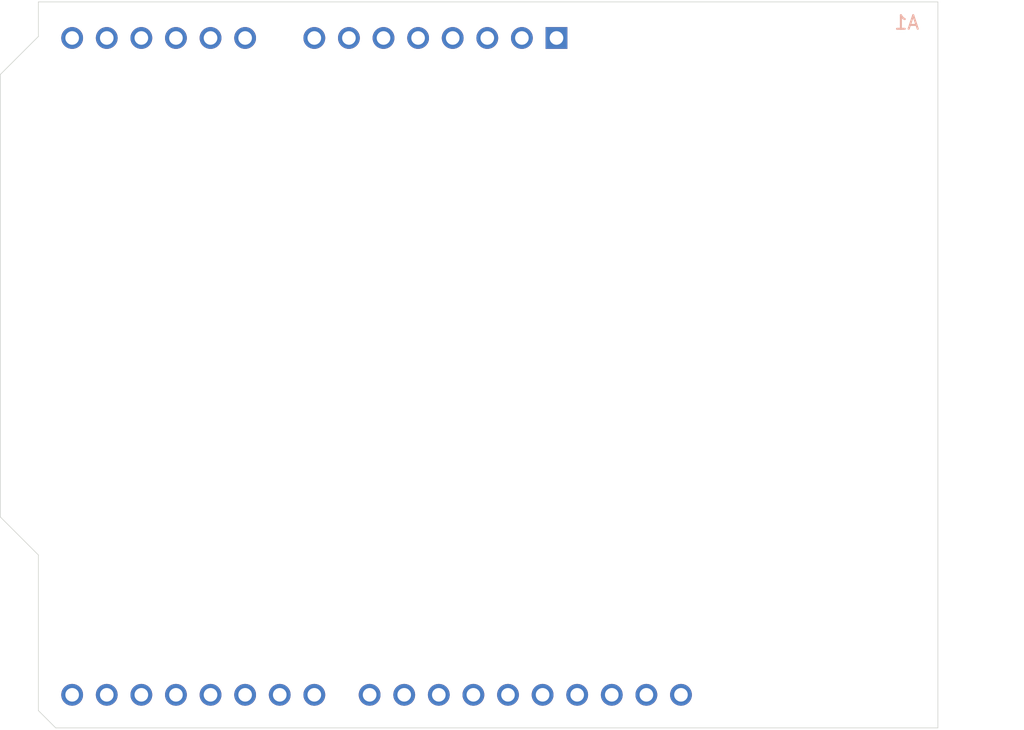
<source format=kicad_pcb>
(kicad_pcb (version 20240108) (generator "pcbnew") (generator_version "8.0")
  (layers (0 "F.Cu" signal) (31 "B.Cu" signal) (34 "B.Paste" user) (35 "F.Paste" user) (36 "B.SilkS" user "B.Silkscreen") (37 "F.SilkS" user "F.Silkscreen") (38 "B.Mask" user) (39 "F.Mask" user) (44 "Edge.Cuts" user))
  (net 0 "")
  (net 5 "GND")
  (net 13 "Net-(A1-3V3)")
  (net 22 "Net-(A1-+5V)")
  (footprint "Arduino-Shield:Arduino_UNO_R3_Outline_with_Mounting_Holes" (layer "B.Cu") (at 97.983 26.2745 180)
    (property "Reference" "A1" (at 2.225 -1.4115 360) (layer "B.SilkS") (effects (justify mirror)))
    (property "Value" "Arduino_UNO_R3")
    (pad "" np_thru_hole circle (at 14 -2.5 180) (size 1.524 1.524) (drill 3.2) (layers "F&B.Cu" "*.Mask"))
    (pad "" np_thru_hole circle (at 15.3 -50.2 180) (size 1.524 1.524) (drill 3.2) (layers "F&B.Cu" "*.Mask"))
    (pad "" np_thru_hole circle (at 66.1 -7.6 180) (size 1.524 1.524) (drill 3.2) (layers "F&B.Cu" "*.Mask"))
    (pad "" np_thru_hole circle (at 66.6 -35.5 180) (size 1.524 1.524) (drill 3.2) (layers "F&B.Cu" "*.Mask"))
    (pad "1" thru_hole rect (at 27.94 -2.54 90) (size 1.6 1.6) (drill 1) (layers "*.Cu" "*.Mask"))
    (pad "2" thru_hole oval (at 30.48 -2.54 90) (size 1.6 1.6) (drill 1) (layers "*.Cu" "*.Mask"))
    (pad "3" thru_hole oval (at 33.02 -2.54 90) (size 1.6 1.6) (drill 1) (layers "*.Cu" "*.Mask"))
    (pad "4" thru_hole oval (at 35.56 -2.54 90) (size 1.6 1.6) (drill 1) (layers "*.Cu" "*.Mask") (net 13 "Net-(A1-3V3)"))
    (pad "5" thru_hole oval (at 38.1 -2.54 90) (size 1.6 1.6) (drill 1) (layers "*.Cu" "*.Mask") (net 22 "Net-(A1-+5V)"))
    (pad "6" thru_hole oval (at 40.64 -2.54 90) (size 1.6 1.6) (drill 1) (layers "*.Cu" "*.Mask") (net 5 "GND"))
    (pad "7" thru_hole oval (at 43.18 -2.54 90) (size 1.6 1.6) (drill 1) (layers "*.Cu" "*.Mask") (net 5 "GND"))
    (pad "8" thru_hole oval (at 45.72 -2.54 90) (size 1.6 1.6) (drill 1) (layers "*.Cu" "*.Mask"))
    (pad "9" thru_hole oval (at 50.8 -2.54 90) (size 1.6 1.6) (drill 1) (layers "*.Cu" "*.Mask"))
    (pad "10" thru_hole oval (at 53.34 -2.54 90) (size 1.6 1.6) (drill 1) (layers "*.Cu" "*.Mask"))
    (pad "11" thru_hole oval (at 55.88 -2.54 90) (size 1.6 1.6) (drill 1) (layers "*.Cu" "*.Mask"))
    (pad "12" thru_hole oval (at 58.42 -2.54 90) (size 1.6 1.6) (drill 1) (layers "*.Cu" "*.Mask"))
    (pad "13" thru_hole oval (at 60.96 -2.54 90) (size 1.6 1.6) (drill 1) (layers "*.Cu" "*.Mask"))
    (pad "14" thru_hole oval (at 63.5 -2.54 90) (size 1.6 1.6) (drill 1) (layers "*.Cu" "*.Mask"))
    (pad "15" thru_hole oval (at 63.5 -50.8 90) (size 1.6 1.6) (drill 1) (layers "*.Cu" "*.Mask"))
    (pad "16" thru_hole oval (at 60.96 -50.8 90) (size 1.6 1.6) (drill 1) (layers "*.Cu" "*.Mask"))
    (pad "17" thru_hole oval (at 58.42 -50.8 90) (size 1.6 1.6) (drill 1) (layers "*.Cu" "*.Mask"))
    (pad "18" thru_hole oval (at 55.88 -50.8 90) (size 1.6 1.6) (drill 1) (layers "*.Cu" "*.Mask"))
    (pad "19" thru_hole oval (at 53.34 -50.8 90) (size 1.6 1.6) (drill 1) (layers "*.Cu" "*.Mask"))
    (pad "20" thru_hole oval (at 50.8 -50.8 90) (size 1.6 1.6) (drill 1) (layers "*.Cu" "*.Mask"))
    (pad "21" thru_hole oval (at 48.26 -50.8 90) (size 1.6 1.6) (drill 1) (layers "*.Cu" "*.Mask"))
    (pad "22" thru_hole oval (at 45.72 -50.8 90) (size 1.6 1.6) (drill 1) (layers "*.Cu" "*.Mask"))
    (pad "23" thru_hole oval (at 41.66 -50.8 90) (size 1.6 1.6) (drill 1) (layers "*.Cu" "*.Mask"))
    (pad "24" thru_hole oval (at 39.12 -50.8 90) (size 1.6 1.6) (drill 1) (layers "*.Cu" "*.Mask"))
    (pad "25" thru_hole oval (at 36.58 -50.8 90) (size 1.6 1.6) (drill 1) (layers "*.Cu" "*.Mask"))
    (pad "26" thru_hole oval (at 34.04 -50.8 90) (size 1.6 1.6) (drill 1) (layers "*.Cu" "*.Mask"))
    (pad "27" thru_hole oval (at 31.5 -50.8 90) (size 1.6 1.6) (drill 1) (layers "*.Cu" "*.Mask"))
    (pad "28" thru_hole oval (at 28.96 -50.8 90) (size 1.6 1.6) (drill 1) (layers "*.Cu" "*.Mask"))
    (pad "29" thru_hole oval (at 26.42 -50.8 90) (size 1.6 1.6) (drill 1) (layers "*.Cu" "*.Mask") (net 5 "GND"))
    (pad "30" thru_hole oval (at 23.88 -50.8 90) (size 1.6 1.6) (drill 1) (layers "*.Cu" "*.Mask"))
    (pad "31" thru_hole oval (at 21.34 -50.8 90) (size 1.6 1.6) (drill 1) (layers "*.Cu" "*.Mask"))
    (pad "32" thru_hole oval (at 18.8 -50.8 90) (size 1.6 1.6) (drill 1) (layers "*.Cu" "*.Mask"))
  )
  (gr_line (start 29.21 64.008) (end 29.21 31.496) (stroke (width 0.05)) (layer "Edge.Cuts"))
  (gr_line (start 29.21 31.496) (end 32.004 28.702) (stroke (width 0.05)) (layer "Edge.Cuts"))
  (gr_line (start 32.004 26.162) (end 98.044 26.162) (stroke (width 0.05)) (layer "Edge.Cuts"))
  (gr_line (start 32.004 66.802) (end 29.21 64.008) (stroke (width 0.05)) (layer "Edge.Cuts"))
  (gr_line (start 33.274 79.502) (end 32.004 78.232) (stroke (width 0.05)) (layer "Edge.Cuts"))
  (gr_line (start 32.004 28.702) (end 32.004 26.162) (stroke (width 0.05)) (layer "Edge.Cuts"))
  (gr_line (start 98.044 79.502) (end 33.274 79.502) (stroke (width 0.05)) (layer "Edge.Cuts"))
  (gr_line (start 32.004 78.232) (end 32.004 66.802) (stroke (width 0.05)) (layer "Edge.Cuts"))
  (gr_line (start 98.044 26.162) (end 98.044 79.502) (stroke (width 0.05)) (layer "Edge.Cuts"))
)
</source>
